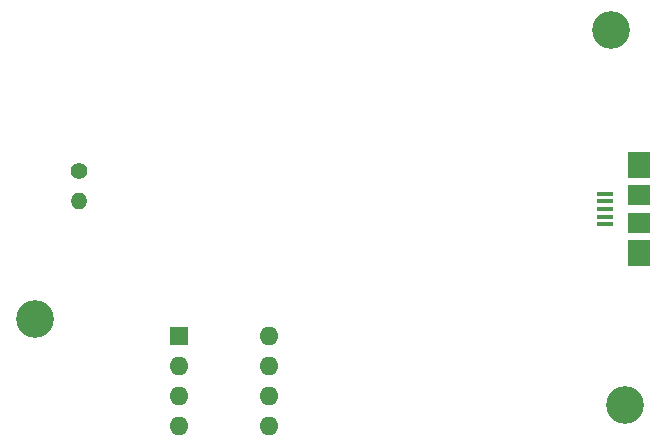
<source format=gbr>
%TF.GenerationSoftware,KiCad,Pcbnew,6.0.5-a6ca702e91~116~ubuntu20.04.1*%
%TF.CreationDate,2022-05-10T14:58:35-05:00*%
%TF.ProjectId,CarHUD,43617248-5544-42e6-9b69-6361645f7063,rev?*%
%TF.SameCoordinates,Original*%
%TF.FileFunction,Soldermask,Bot*%
%TF.FilePolarity,Negative*%
%FSLAX46Y46*%
G04 Gerber Fmt 4.6, Leading zero omitted, Abs format (unit mm)*
G04 Created by KiCad (PCBNEW 6.0.5-a6ca702e91~116~ubuntu20.04.1) date 2022-05-10 14:58:35*
%MOMM*%
%LPD*%
G01*
G04 APERTURE LIST*
%ADD10C,3.200000*%
%ADD11C,1.400000*%
%ADD12O,1.400000X1.400000*%
%ADD13R,1.600000X1.600000*%
%ADD14O,1.600000X1.600000*%
%ADD15R,1.400000X0.400000*%
%ADD16R,1.900000X2.300000*%
%ADD17R,1.900000X1.800000*%
G04 APERTURE END LIST*
D10*
%TO.C,REF\u002A\u002A*%
X125750000Y-82750000D03*
%TD*%
%TO.C,REF\u002A\u002A*%
X75750000Y-75500000D03*
%TD*%
%TO.C,REF\u002A\u002A*%
X124500000Y-51000000D03*
%TD*%
D11*
%TO.C,R_Photo1*%
X79502000Y-62992000D03*
D12*
X79502000Y-65532000D03*
%TD*%
D13*
%TO.C,DS1621*%
X88000000Y-76920000D03*
D14*
X88000000Y-79460000D03*
X88000000Y-82000000D03*
X88000000Y-84540000D03*
X95620000Y-84540000D03*
X95620000Y-82000000D03*
X95620000Y-79460000D03*
X95620000Y-76920000D03*
%TD*%
D15*
%TO.C,USB_MICRO1*%
X124053000Y-64867000D03*
X124053000Y-65517000D03*
X124053000Y-66167000D03*
X124053000Y-66817000D03*
X124053000Y-67467000D03*
D16*
X126903000Y-62417000D03*
D17*
X126903000Y-65017000D03*
D16*
X126903000Y-69917000D03*
D17*
X126903000Y-67317000D03*
%TD*%
M02*

</source>
